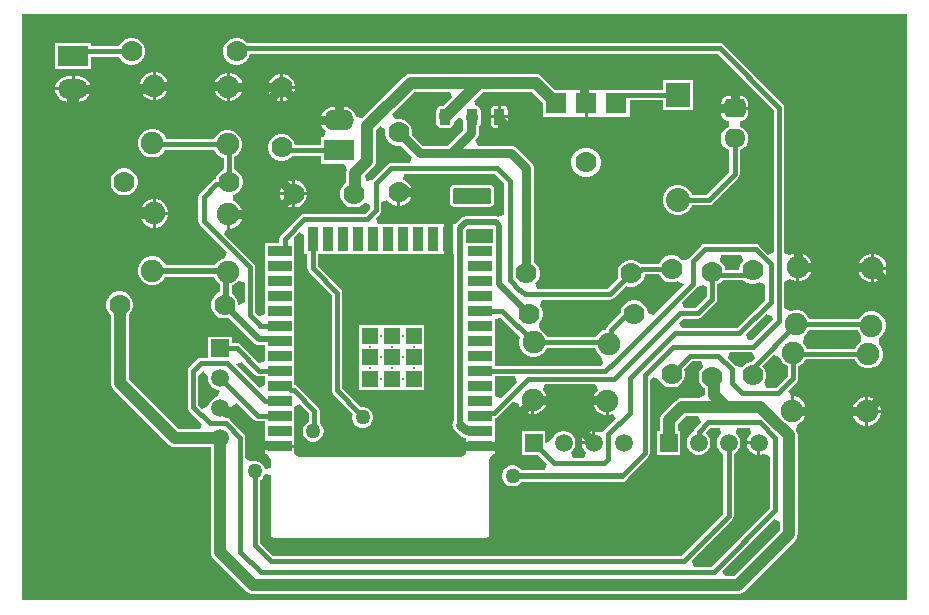
<source format=gbr>
G04*
G04 #@! TF.GenerationSoftware,Altium Limited,Altium Designer,25.0.2 (28)*
G04*
G04 Layer_Physical_Order=1*
G04 Layer_Color=255*
%FSLAX44Y44*%
%MOMM*%
G71*
G04*
G04 #@! TF.SameCoordinates,D42C59B9-CDD2-46E9-AE24-7A473A00D307*
G04*
G04*
G04 #@! TF.FilePolarity,Positive*
G04*
G01*
G75*
%ADD17R,2.0000X0.9000*%
%ADD18R,0.9000X2.0000*%
%ADD19R,1.3300X1.3300*%
G04:AMPARAMS|DCode=20|XSize=1.31mm|YSize=0.93mm|CornerRadius=0.0698mm|HoleSize=0mm|Usage=FLASHONLY|Rotation=270.000|XOffset=0mm|YOffset=0mm|HoleType=Round|Shape=RoundedRectangle|*
%AMROUNDEDRECTD20*
21,1,1.3100,0.7905,0,0,270.0*
21,1,1.1705,0.9300,0,0,270.0*
1,1,0.1395,-0.3953,-0.5853*
1,1,0.1395,-0.3953,0.5853*
1,1,0.1395,0.3953,0.5853*
1,1,0.1395,0.3953,-0.5853*
%
%ADD20ROUNDEDRECTD20*%
G04:AMPARAMS|DCode=21|XSize=1.31mm|YSize=3.24mm|CornerRadius=0.0983mm|HoleSize=0mm|Usage=FLASHONLY|Rotation=270.000|XOffset=0mm|YOffset=0mm|HoleType=Round|Shape=RoundedRectangle|*
%AMROUNDEDRECTD21*
21,1,1.3100,3.0435,0,0,270.0*
21,1,1.1135,3.2400,0,0,270.0*
1,1,0.1965,-1.5218,-0.5568*
1,1,0.1965,-1.5218,0.5568*
1,1,0.1965,1.5218,0.5568*
1,1,0.1965,1.5218,-0.5568*
%
%ADD21ROUNDEDRECTD21*%
%ADD43C,0.3810*%
%ADD44C,0.5080*%
%ADD45C,0.8000*%
%ADD46C,0.7620*%
%ADD47C,1.0000*%
%ADD48C,1.0000*%
%ADD49C,0.8000*%
%ADD50C,0.3000*%
%ADD51C,1.7780*%
%ADD52R,1.7780X1.7780*%
%ADD53C,1.9050*%
%ADD54R,1.5000X1.5000*%
%ADD55C,1.5000*%
%ADD56R,1.5000X1.5000*%
G04:AMPARAMS|DCode=57|XSize=1.6mm|YSize=1.8mm|CornerRadius=0.4mm|HoleSize=0mm|Usage=FLASHONLY|Rotation=270.000|XOffset=0mm|YOffset=0mm|HoleType=Round|Shape=RoundedRectangle|*
%AMROUNDEDRECTD57*
21,1,1.6000,1.0000,0,0,270.0*
21,1,0.8000,1.8000,0,0,270.0*
1,1,0.8000,-0.5000,-0.4000*
1,1,0.8000,-0.5000,0.4000*
1,1,0.8000,0.5000,0.4000*
1,1,0.8000,0.5000,-0.4000*
%
%ADD57ROUNDEDRECTD57*%
%ADD58O,1.8000X1.6000*%
%ADD59R,2.0320X2.0320*%
%ADD60C,2.0320*%
%ADD61O,2.5400X1.7780*%
%ADD62R,2.5400X1.7780*%
%ADD63O,2.5400X1.6510*%
%ADD64R,2.5400X1.6510*%
%ADD65C,1.2700*%
G36*
X1319455Y353135D02*
X570305D01*
Y849555D01*
X1319455D01*
X1319455Y353135D01*
D02*
G37*
%LPC*%
G36*
X664445Y829310D02*
X661435D01*
X658528Y828531D01*
X655922Y827026D01*
X653794Y824898D01*
X652358Y822412D01*
X628650D01*
Y824865D01*
X598170D01*
Y803275D01*
X628650D01*
Y813348D01*
X652358D01*
X653794Y810862D01*
X655922Y808734D01*
X658528Y807229D01*
X661435Y806450D01*
X664445D01*
X667352Y807229D01*
X669958Y808734D01*
X672086Y810862D01*
X673591Y813468D01*
X674370Y816375D01*
Y819385D01*
X673591Y822292D01*
X672086Y824898D01*
X669958Y827026D01*
X667352Y828531D01*
X664445Y829310D01*
D02*
G37*
G36*
X683578Y800735D02*
X683260D01*
Y789940D01*
X694055D01*
Y790258D01*
X693233Y793327D01*
X692113Y795266D01*
X691644Y796078D01*
X689398Y798324D01*
X686647Y799913D01*
X683578Y800735D01*
D02*
G37*
G36*
X680720D02*
X680402D01*
X677333Y799913D01*
X674582Y798324D01*
X672336Y796078D01*
X670747Y793327D01*
X670586Y792726D01*
X669925Y790258D01*
Y789940D01*
X680720D01*
Y800735D01*
D02*
G37*
G36*
X746570Y799973D02*
X746252D01*
Y789178D01*
X757047D01*
Y789496D01*
X756225Y792565D01*
X754636Y795316D01*
X752390Y797562D01*
X749639Y799151D01*
X746570Y799973D01*
D02*
G37*
G36*
X743712D02*
X743394D01*
X740325Y799151D01*
X737574Y797562D01*
X735328Y795316D01*
X733739Y792565D01*
X732917Y789496D01*
Y789178D01*
X743712D01*
Y799973D01*
D02*
G37*
G36*
X791445Y798830D02*
X791210D01*
Y788670D01*
X801370D01*
Y788905D01*
X800591Y791812D01*
X799086Y794418D01*
X796958Y796546D01*
X794352Y798051D01*
X791445Y798830D01*
D02*
G37*
G36*
X788670D02*
X788435D01*
X785528Y798051D01*
X782922Y796546D01*
X780794Y794418D01*
X780550Y793996D01*
X779289Y791812D01*
X778510Y788905D01*
Y788670D01*
X788670D01*
Y798830D01*
D02*
G37*
G36*
X617855Y797018D02*
X614680D01*
Y787400D01*
X628576D01*
X628372Y788948D01*
X627284Y791574D01*
X626400Y792726D01*
X625554Y793829D01*
X623299Y795559D01*
X620673Y796647D01*
X617855Y797018D01*
D02*
G37*
G36*
X612140D02*
X608965D01*
X606147Y796647D01*
X603521Y795559D01*
X601266Y793829D01*
X599536Y791574D01*
X598448Y788948D01*
X598244Y787400D01*
X612140D01*
Y797018D01*
D02*
G37*
G36*
X1137920Y793750D02*
X1112520D01*
Y793584D01*
D01*
Y785582D01*
X1082367D01*
X1081537Y785417D01*
X1080135D01*
X1080135Y785417D01*
X1079697Y785330D01*
X1064180D01*
X1062995D01*
X1060450Y785330D01*
X1057913Y785330D01*
D01*
X1056720D01*
X1049020D01*
Y773900D01*
Y762470D01*
X1056720D01*
X1056720D01*
X1057905D01*
X1060450Y762470D01*
X1064180Y762470D01*
X1084580D01*
Y776518D01*
X1112520D01*
Y768350D01*
X1137920D01*
Y793750D01*
D02*
G37*
G36*
X694055Y787400D02*
X683260D01*
Y776605D01*
X683578D01*
X686647Y777427D01*
X689398Y779016D01*
X691644Y781262D01*
X693233Y784013D01*
X694055Y787082D01*
Y787400D01*
D02*
G37*
G36*
X680720D02*
X669925D01*
Y787082D01*
X670747Y784013D01*
X672336Y781262D01*
X674064Y779534D01*
X674582Y779016D01*
X677333Y777427D01*
X680402Y776605D01*
X680720D01*
Y787400D01*
D02*
G37*
G36*
X801370Y786130D02*
X791210D01*
Y775970D01*
X791445D01*
X791915Y776096D01*
X794352Y776749D01*
X796958Y778254D01*
X799086Y780382D01*
X800591Y782988D01*
X801370Y785895D01*
Y786130D01*
D02*
G37*
G36*
X788670D02*
X778510D01*
Y785895D01*
X779289Y782988D01*
X780794Y780382D01*
X782922Y778254D01*
X785528Y776749D01*
X787965Y776096D01*
X788435Y775970D01*
X788670D01*
Y786130D01*
D02*
G37*
G36*
X757047Y786638D02*
X746252D01*
Y775843D01*
X746570D01*
X749639Y776665D01*
X752390Y778254D01*
X754636Y780500D01*
X756225Y783251D01*
X757047Y786320D01*
Y786638D01*
D02*
G37*
G36*
X743712D02*
X732917D01*
Y786320D01*
X733739Y783251D01*
X734419Y782074D01*
X735328Y780500D01*
X737574Y778254D01*
X740325Y776665D01*
X743394Y775843D01*
X743712D01*
Y786638D01*
D02*
G37*
G36*
X628576Y784860D02*
X614680D01*
Y775242D01*
X617855D01*
X620673Y775613D01*
X623299Y776701D01*
X625554Y778431D01*
X627284Y780686D01*
X628372Y783312D01*
X628576Y784860D01*
D02*
G37*
G36*
X612140D02*
X598244D01*
X598448Y783312D01*
X599536Y780686D01*
X601266Y778431D01*
X603521Y776701D01*
X606147Y775613D01*
X608965Y775242D01*
X612140D01*
Y784860D01*
D02*
G37*
G36*
X1178480Y780216D02*
X1174750D01*
Y770890D01*
X1185076D01*
Y773620D01*
X1184852Y775327D01*
X1184193Y776918D01*
X1183144Y778284D01*
X1181778Y779333D01*
X1180187Y779992D01*
X1178480Y780216D01*
D02*
G37*
G36*
X1172210D02*
X1168480D01*
X1166773Y779992D01*
X1165182Y779333D01*
X1163816Y778284D01*
X1162767Y776918D01*
X1162638Y776605D01*
X1162477Y776216D01*
X1162108Y775327D01*
X1161884Y773620D01*
Y770890D01*
X1172210D01*
Y780216D01*
D02*
G37*
G36*
X978083Y771583D02*
X975400D01*
Y763700D01*
D01*
X981384D01*
Y768282D01*
X981132Y769546D01*
X980417Y770616D01*
X979346Y771332D01*
X978083Y771583D01*
D02*
G37*
G36*
X972860D02*
X970178D01*
X968914Y771332D01*
X967843Y770616D01*
X967128Y769546D01*
X966877Y768282D01*
Y763700D01*
X972860D01*
Y771583D01*
D02*
G37*
G36*
X753345Y829310D02*
X750335D01*
X747428Y828531D01*
X744822Y827026D01*
X742694Y824898D01*
X741189Y822292D01*
X740686Y820413D01*
X740410Y819385D01*
Y816375D01*
X741189Y813468D01*
X742694Y810862D01*
X744822Y808734D01*
X747428Y807229D01*
X750335Y806450D01*
X753345D01*
X756252Y807229D01*
X758858Y808734D01*
X760986Y810862D01*
X762491Y813468D01*
X763139Y815888D01*
X1158903D01*
X1206588Y768203D01*
Y647854D01*
X1201969Y645941D01*
X1194465Y653445D01*
X1192994Y654427D01*
X1191260Y654772D01*
X1148080D01*
X1146346Y654427D01*
X1144875Y653445D01*
X1144875Y653445D01*
X1134715Y643285D01*
X1134115Y642385D01*
X1132110Y641706D01*
X1128566Y641468D01*
X1127158Y642876D01*
X1124552Y644381D01*
X1121645Y645160D01*
X1118635D01*
X1115728Y644381D01*
X1113122Y642876D01*
X1110994Y640748D01*
X1109558Y638262D01*
X1095067D01*
X1093904Y638031D01*
X1092868Y639066D01*
X1090262Y640571D01*
X1087355Y641350D01*
X1084345D01*
X1081438Y640571D01*
X1078832Y639066D01*
X1076704Y636938D01*
X1075199Y634332D01*
X1074420Y631425D01*
Y628415D01*
X1075163Y625642D01*
X1066193Y616672D01*
X1006644D01*
X1005814Y617944D01*
X1004866Y621672D01*
X1006096Y622902D01*
X1007601Y625508D01*
X1008380Y628415D01*
Y631425D01*
X1007601Y634332D01*
X1006096Y636938D01*
X1003968Y639066D01*
X1003546Y639310D01*
Y718820D01*
X1003322Y720527D01*
X1002663Y722118D01*
X1001614Y723484D01*
X988914Y736184D01*
X987548Y737233D01*
X985957Y737892D01*
X984250Y738116D01*
X955908D01*
X953995Y742736D01*
X955244Y743986D01*
X956293Y745352D01*
X956952Y746943D01*
X957176Y748650D01*
Y754016D01*
X957517Y754243D01*
X958232Y755314D01*
X958483Y756577D01*
Y759038D01*
X958576Y759261D01*
X958835Y761230D01*
Y762430D01*
X958576Y764398D01*
X958483Y764621D01*
Y768282D01*
X958232Y769546D01*
X957517Y770616D01*
X956446Y771332D01*
X955182Y771583D01*
X954771D01*
X952858Y776203D01*
X960260Y783605D01*
X1001890D01*
X1010920Y774575D01*
Y762470D01*
X1033780D01*
Y762470D01*
X1035050D01*
X1036320D01*
Y762470D01*
X1038618D01*
X1038780D01*
X1046480D01*
Y762551D01*
Y773900D01*
D01*
Y785330D01*
X1038780D01*
X1036089Y785330D01*
X1034410D01*
X1033780D01*
Y785330D01*
X1021675D01*
X1013421Y793584D01*
D01*
X1010417Y796588D01*
X1008842Y797796D01*
X1007008Y798556D01*
X1005040Y798815D01*
X899160D01*
X897192Y798556D01*
X895358Y797796D01*
X893782Y796588D01*
X858358Y761163D01*
X853617Y762328D01*
X852995Y762807D01*
X852626Y763700D01*
X851994Y765224D01*
X850162Y767612D01*
X847774Y769444D01*
X844994Y770596D01*
X844838Y770616D01*
X842010Y770989D01*
X839470D01*
Y759460D01*
X838200D01*
Y758190D01*
X823029D01*
X823254Y756476D01*
X824406Y753696D01*
X826238Y751308D01*
X827304Y750490D01*
X825653Y745490D01*
X822960D01*
Y745490D01*
Y738592D01*
X801239D01*
X800591Y741012D01*
X799086Y743618D01*
X796958Y745746D01*
X794352Y747251D01*
X791445Y748030D01*
X788435D01*
X785528Y747251D01*
X782922Y745746D01*
X780794Y743618D01*
X779289Y741012D01*
X778510Y738105D01*
Y735095D01*
X779289Y732188D01*
X780794Y729582D01*
X782922Y727454D01*
X785528Y725949D01*
X788435Y725170D01*
X791445D01*
X794352Y725949D01*
X796958Y727454D01*
X799032Y729528D01*
X822960D01*
Y722630D01*
X842172D01*
X843342Y721507D01*
X845265Y717850D01*
X845043Y717313D01*
X844784Y715345D01*
Y706897D01*
X843882Y706376D01*
X841754Y704248D01*
X840249Y701642D01*
X839470Y698735D01*
Y695725D01*
X840249Y692818D01*
X841754Y690212D01*
X843882Y688084D01*
X846488Y686579D01*
X849395Y685800D01*
X852405D01*
X855312Y686579D01*
X857918Y688084D01*
X859752Y689918D01*
X861401Y689639D01*
X864687Y688249D01*
X865095Y684814D01*
X860453Y680172D01*
X808990D01*
X808990Y680172D01*
X807256Y679827D01*
X805785Y678845D01*
X789275Y662335D01*
X788293Y660864D01*
X787948Y659130D01*
Y655940D01*
X775810D01*
Y641860D01*
Y629160D01*
Y616460D01*
Y603760D01*
Y595518D01*
X773653Y594585D01*
X771137Y593890D01*
X767802Y596615D01*
Y635000D01*
X767457Y636734D01*
X766475Y638205D01*
X741439Y663240D01*
D01*
X742919Y666762D01*
X743712Y667718D01*
Y679958D01*
X744982D01*
Y681228D01*
X757047D01*
Y681546D01*
X756225Y684615D01*
X755105Y686554D01*
X754636Y687366D01*
X752390Y689612D01*
X749639Y691201D01*
X749095Y691346D01*
D01*
X749095Y696523D01*
X749902Y696739D01*
X752508Y698244D01*
X754636Y700372D01*
X756141Y702978D01*
X756920Y705885D01*
Y708895D01*
X756141Y711802D01*
X754636Y714408D01*
X752508Y716536D01*
X750022Y717972D01*
Y728558D01*
X751628Y729486D01*
X753874Y731732D01*
X755463Y734483D01*
X756285Y737552D01*
Y740728D01*
X755463Y743797D01*
X753874Y746548D01*
X751628Y748794D01*
X748877Y750383D01*
X745808Y751205D01*
X742632D01*
X739563Y750383D01*
X736812Y748794D01*
X734566Y746548D01*
X732977Y743797D01*
X732944Y743672D01*
X692014D01*
X691709Y744813D01*
X690120Y747564D01*
X687874Y749810D01*
X685123Y751399D01*
X682054Y752221D01*
X678878D01*
X675809Y751399D01*
X673058Y749810D01*
X670812Y747564D01*
X669223Y744813D01*
X668401Y741744D01*
Y738568D01*
X669223Y735499D01*
X670812Y732748D01*
X673058Y730502D01*
X675809Y728913D01*
X678878Y728091D01*
X682054D01*
X685123Y728913D01*
X687874Y730502D01*
X690120Y732748D01*
X691194Y734608D01*
X732944D01*
X732977Y734483D01*
X734566Y731732D01*
X736812Y729486D01*
X739563Y727897D01*
X740958Y727523D01*
Y717972D01*
X738472Y716536D01*
X736344Y714408D01*
X734839Y711802D01*
X734304Y709805D01*
X732793Y709505D01*
X731323Y708522D01*
X731323Y708522D01*
X720695Y697895D01*
X719713Y696424D01*
X719368Y694690D01*
Y674370D01*
X719713Y672636D01*
X720695Y671165D01*
X743606Y648255D01*
X743098Y645649D01*
X741766Y643023D01*
X739563Y642433D01*
X736812Y640844D01*
X734566Y638598D01*
X733572Y636878D01*
X691700D01*
X690120Y639614D01*
X687874Y641860D01*
X685123Y643449D01*
X682054Y644271D01*
X678878D01*
X675809Y643449D01*
X673058Y641860D01*
X670812Y639614D01*
X669223Y636863D01*
X668401Y633794D01*
Y630618D01*
X669223Y627549D01*
X670812Y624798D01*
X673058Y622552D01*
X675809Y620963D01*
X678878Y620141D01*
X682054D01*
X685123Y620963D01*
X687874Y622552D01*
X690120Y624798D01*
X691114Y626519D01*
X732986D01*
X734566Y623782D01*
X736812Y621536D01*
X737770Y620982D01*
Y614036D01*
X737268Y613901D01*
X734662Y612396D01*
X732534Y610268D01*
X731029Y607662D01*
X730250Y604755D01*
Y601745D01*
X731029Y598838D01*
X732534Y596232D01*
X734662Y594104D01*
X737268Y592599D01*
X740175Y591820D01*
X743185D01*
X745236Y592369D01*
X767067Y570538D01*
X768748Y569415D01*
X770730Y569021D01*
X770730Y569021D01*
X775810D01*
Y555930D01*
X770810Y553859D01*
X755045Y569625D01*
X753574Y570607D01*
X751840Y570952D01*
X747910D01*
Y576460D01*
X727830D01*
Y558547D01*
X721655D01*
X719921Y558202D01*
X718450Y557220D01*
X711805Y550575D01*
X710823Y549104D01*
X710478Y547370D01*
Y516890D01*
X710823Y515156D01*
X711805Y513685D01*
X722666Y502825D01*
X720594Y497825D01*
X702920D01*
X660385Y540360D01*
Y594691D01*
X661926Y596232D01*
X663431Y598838D01*
X664210Y601745D01*
Y604755D01*
X663431Y607662D01*
X661926Y610268D01*
X659798Y612396D01*
X657192Y613901D01*
X654285Y614680D01*
X651275D01*
X648368Y613901D01*
X645762Y612396D01*
X643634Y610268D01*
X642129Y607662D01*
X641350Y604755D01*
Y601745D01*
X642129Y598838D01*
X643634Y596232D01*
X645175Y594691D01*
Y537210D01*
X645434Y535242D01*
X646194Y533408D01*
X647402Y531832D01*
X694392Y484842D01*
X695967Y483634D01*
X696727Y483319D01*
X697802Y482874D01*
X699770Y482615D01*
X730265D01*
Y393700D01*
X730524Y391732D01*
X731284Y389897D01*
X732492Y388322D01*
X760432Y360382D01*
X762008Y359174D01*
X763842Y358414D01*
X765810Y358155D01*
X1176020D01*
X1177988Y358414D01*
X1179822Y359174D01*
X1181398Y360382D01*
X1224578Y403562D01*
X1225786Y405137D01*
X1226101Y405897D01*
X1226546Y406972D01*
X1226805Y408940D01*
Y492757D01*
X1226546Y494725D01*
X1225786Y496559D01*
X1225427Y497027D01*
X1226111Y501077D01*
X1226898Y502586D01*
X1227082Y502701D01*
X1229656Y504188D01*
X1231902Y506434D01*
X1233491Y509185D01*
X1234313Y512254D01*
Y512572D01*
X1222248D01*
Y513842D01*
X1220978D01*
Y526440D01*
X1220067Y527657D01*
X1219052Y530653D01*
X1226215Y537815D01*
X1226215Y537815D01*
X1227197Y539286D01*
X1227542Y541020D01*
X1227542Y541020D01*
Y551334D01*
X1227667Y551367D01*
X1230418Y552956D01*
X1232664Y555202D01*
X1233738Y557062D01*
X1275488D01*
X1275521Y556937D01*
X1277110Y554186D01*
X1279356Y551940D01*
X1282107Y550351D01*
X1285176Y549529D01*
X1288352D01*
X1291421Y550351D01*
X1294172Y551940D01*
X1296418Y554186D01*
X1298007Y556937D01*
X1298829Y560006D01*
Y563182D01*
X1298007Y566251D01*
X1296418Y569002D01*
X1295546Y569875D01*
X1295424Y570227D01*
X1295768Y574725D01*
X1296267Y575812D01*
X1296712Y576070D01*
X1298958Y578316D01*
X1300547Y581067D01*
X1301369Y584136D01*
Y587312D01*
X1300547Y590381D01*
X1298958Y593132D01*
X1296712Y595378D01*
X1295200Y596251D01*
X1293961Y596967D01*
X1290892Y597789D01*
X1287716D01*
X1284647Y596967D01*
X1281896Y595378D01*
X1279650Y593132D01*
X1278576Y591272D01*
X1236826D01*
X1236793Y591397D01*
X1235204Y594148D01*
X1232958Y596394D01*
X1230207Y597983D01*
X1227138Y598805D01*
X1223962D01*
X1220893Y597983D01*
X1220652Y597844D01*
X1215652Y600730D01*
Y622542D01*
D01*
X1217384Y623862D01*
X1220652Y625030D01*
X1222417Y624011D01*
X1225486Y623189D01*
X1225804D01*
Y635254D01*
Y647319D01*
X1225486D01*
X1222417Y646497D01*
X1220652Y645478D01*
X1217384Y646646D01*
X1215652Y647966D01*
Y770080D01*
X1215652Y770080D01*
X1215307Y771814D01*
X1214325Y773285D01*
X1214325Y773285D01*
X1163985Y823625D01*
X1162514Y824607D01*
X1160780Y824952D01*
X760932D01*
X758858Y827026D01*
X756252Y828531D01*
X753345Y829310D01*
D02*
G37*
G36*
X836930Y770989D02*
X834390D01*
X831406Y770596D01*
X828626Y769444D01*
X826238Y767612D01*
X824406Y765224D01*
X823254Y762444D01*
X823029Y760730D01*
X836930D01*
Y770989D01*
D02*
G37*
G36*
X981384Y761160D02*
X975400D01*
Y753276D01*
X978083D01*
X979346Y753528D01*
X980417Y754243D01*
X981132Y755314D01*
X981384Y756577D01*
Y761160D01*
D02*
G37*
G36*
X972860D02*
X966877D01*
Y756577D01*
X967128Y755314D01*
X967843Y754243D01*
X968914Y753528D01*
X970178Y753276D01*
X972860D01*
Y761160D01*
D02*
G37*
G36*
X1049401Y736440D02*
X1046099D01*
X1042910Y735585D01*
X1040050Y733934D01*
X1037716Y731600D01*
X1036065Y728740D01*
X1035210Y725551D01*
Y722249D01*
X1036065Y719060D01*
X1037716Y716200D01*
X1040050Y713866D01*
X1042910Y712215D01*
X1046099Y711360D01*
X1049401D01*
X1052590Y712215D01*
X1055450Y713866D01*
X1057785Y716200D01*
X1059435Y719060D01*
X1060290Y722249D01*
Y725551D01*
X1059435Y728740D01*
X1057785Y731600D01*
X1055450Y733934D01*
X1052590Y735585D01*
X1049401Y736440D01*
D02*
G37*
G36*
X801605Y708660D02*
X801370D01*
Y698500D01*
X811530D01*
Y698735D01*
X810751Y701642D01*
X809246Y704248D01*
X807118Y706376D01*
X804512Y707881D01*
X801605Y708660D01*
D02*
G37*
G36*
X798830D02*
X798595D01*
X798125Y708534D01*
X795688Y707881D01*
X793082Y706376D01*
X790954Y704248D01*
X789449Y701642D01*
X788796Y699205D01*
X788670Y698735D01*
Y698500D01*
X798830D01*
Y708660D01*
D02*
G37*
G36*
X1185076Y768350D02*
X1173480D01*
X1161884D01*
Y765620D01*
X1162108Y763913D01*
X1162477Y763024D01*
X1162767Y762322D01*
X1163816Y760956D01*
X1165182Y759907D01*
X1166773Y759248D01*
X1168480Y759024D01*
X1168606Y754024D01*
X1167165Y753427D01*
X1164963Y751737D01*
X1163273Y749536D01*
X1162211Y746972D01*
X1161849Y744220D01*
X1162211Y741469D01*
X1163273Y738904D01*
X1164963Y736703D01*
X1167165Y735013D01*
X1168948Y734275D01*
Y715617D01*
X1150013Y696682D01*
X1137154D01*
X1137055Y697052D01*
X1135383Y699948D01*
X1133018Y702312D01*
X1130122Y703985D01*
X1126892Y704850D01*
X1123548D01*
X1120318Y703985D01*
X1117422Y702312D01*
X1115058Y699948D01*
X1113385Y697052D01*
X1112520Y693822D01*
Y690478D01*
X1113385Y687248D01*
X1115058Y684352D01*
X1117422Y681988D01*
X1120318Y680315D01*
X1123548Y679450D01*
X1126892D01*
X1130122Y680315D01*
X1133018Y681988D01*
X1135383Y684352D01*
X1137055Y687248D01*
X1137154Y687618D01*
X1151890D01*
X1153624Y687963D01*
X1155095Y688945D01*
X1176685Y710535D01*
X1176685Y710535D01*
X1177667Y712006D01*
X1178012Y713740D01*
X1178012Y713740D01*
Y734275D01*
X1179796Y735013D01*
X1181997Y736703D01*
X1183687Y738904D01*
X1184749Y741469D01*
X1185111Y744220D01*
X1184749Y746972D01*
X1183687Y749536D01*
X1181997Y751737D01*
X1179796Y753427D01*
X1178354Y754024D01*
X1178480Y759024D01*
X1180187Y759248D01*
X1181778Y759907D01*
X1183144Y760956D01*
X1184193Y762322D01*
X1184852Y763913D01*
X1185076Y765620D01*
Y768350D01*
D02*
G37*
G36*
X658095Y718820D02*
X655085D01*
X652178Y718041D01*
X649572Y716536D01*
X647444Y714408D01*
X645939Y711802D01*
X645160Y708895D01*
Y705885D01*
X645939Y702978D01*
X647444Y700372D01*
X649572Y698244D01*
X652178Y696739D01*
X655085Y695960D01*
X658095D01*
X661002Y696739D01*
X663608Y698244D01*
X665736Y700372D01*
X667241Y702978D01*
X668020Y705885D01*
Y708895D01*
X667241Y711802D01*
X665736Y714408D01*
X663608Y716536D01*
X661002Y718041D01*
X658095Y718820D01*
D02*
G37*
G36*
X811530Y695960D02*
X801370D01*
Y685800D01*
X801605D01*
X804512Y686579D01*
X807118Y688084D01*
X809246Y690212D01*
X810751Y692818D01*
X811530Y695725D01*
Y695960D01*
D02*
G37*
G36*
X798830D02*
X788670D01*
Y695725D01*
X789449Y692818D01*
X790954Y690212D01*
X793082Y688084D01*
X795688Y686579D01*
X798125Y685926D01*
X798595Y685800D01*
X798830D01*
Y695960D01*
D02*
G37*
G36*
X683578Y692785D02*
X683260D01*
Y681990D01*
X694055D01*
Y682308D01*
X693233Y685377D01*
X691644Y688128D01*
X689398Y690374D01*
X686647Y691963D01*
X683578Y692785D01*
D02*
G37*
G36*
X680720D02*
X680402D01*
X677333Y691963D01*
X674582Y690374D01*
X672533Y688325D01*
X672336Y688128D01*
X670747Y685377D01*
X669925Y682308D01*
Y681990D01*
X680720D01*
Y692785D01*
D02*
G37*
G36*
X694055Y679450D02*
X683260D01*
Y668655D01*
X683578D01*
X686647Y669477D01*
X689398Y671066D01*
X691644Y673312D01*
X693233Y676063D01*
X694055Y679132D01*
Y679450D01*
D02*
G37*
G36*
X680720D02*
X669925D01*
Y679132D01*
X670747Y676063D01*
X672336Y673312D01*
X672533Y673115D01*
X674582Y671066D01*
X677333Y669477D01*
X680402Y668655D01*
X680720D01*
Y679450D01*
D02*
G37*
G36*
X757047Y678688D02*
X746252D01*
Y667893D01*
X746570D01*
X749639Y668715D01*
X752390Y670304D01*
X754636Y672550D01*
X756225Y675301D01*
X757047Y678370D01*
Y678688D01*
D02*
G37*
G36*
X1228662Y647319D02*
X1228344D01*
Y636524D01*
X1239139D01*
Y636842D01*
X1238317Y639911D01*
X1237197Y641850D01*
X1236728Y642662D01*
X1234482Y644908D01*
X1233670Y645377D01*
X1231731Y646497D01*
X1228662Y647319D01*
D02*
G37*
G36*
X1291654Y646557D02*
X1291336D01*
Y635762D01*
X1302131D01*
Y636080D01*
X1301309Y639149D01*
X1299720Y641900D01*
X1297474Y644146D01*
X1294723Y645735D01*
X1291654Y646557D01*
D02*
G37*
G36*
X1288796D02*
X1288478D01*
X1285409Y645735D01*
X1282658Y644146D01*
X1280412Y641900D01*
X1278823Y639149D01*
X1278001Y636080D01*
Y635762D01*
X1288796D01*
Y646557D01*
D02*
G37*
G36*
X1239139Y633984D02*
X1228344D01*
Y623189D01*
X1228662D01*
X1231731Y624011D01*
X1234482Y625600D01*
X1236728Y627846D01*
X1238317Y630597D01*
X1239139Y633666D01*
Y633984D01*
D02*
G37*
G36*
X1302131Y633222D02*
X1291336D01*
Y622427D01*
X1291654D01*
X1294723Y623249D01*
X1297474Y624838D01*
X1299720Y627084D01*
X1301309Y629835D01*
X1302131Y632904D01*
Y633222D01*
D02*
G37*
G36*
X1288796D02*
X1278001D01*
Y632904D01*
X1278823Y629835D01*
X1279503Y628658D01*
X1280412Y627084D01*
X1282658Y624838D01*
X1285409Y623249D01*
X1288478Y622427D01*
X1288796D01*
Y633222D01*
D02*
G37*
G36*
X1223836Y525907D02*
X1223518D01*
Y515112D01*
X1234313D01*
Y515430D01*
X1233491Y518499D01*
X1232371Y520438D01*
X1231902Y521250D01*
X1229656Y523496D01*
X1226905Y525085D01*
X1223836Y525907D01*
D02*
G37*
G36*
X1286828Y525145D02*
X1286510D01*
Y514350D01*
X1297305D01*
Y514668D01*
X1296483Y517737D01*
X1294894Y520488D01*
X1292648Y522734D01*
X1289897Y524323D01*
X1287734Y524902D01*
X1286828Y525145D01*
D02*
G37*
G36*
X1283970D02*
X1283652D01*
X1280583Y524323D01*
X1277832Y522734D01*
X1275586Y520488D01*
X1273997Y517737D01*
X1273175Y514668D01*
Y514350D01*
X1283970D01*
Y515324D01*
Y525145D01*
D02*
G37*
G36*
X1297305Y511810D02*
X1286510D01*
Y501015D01*
X1286828D01*
X1289897Y501837D01*
X1292648Y503426D01*
X1294894Y505672D01*
X1296483Y508423D01*
X1297305Y511492D01*
Y511810D01*
D02*
G37*
G36*
X1283970D02*
X1273175D01*
Y511492D01*
X1273997Y508423D01*
X1274677Y507246D01*
X1275586Y505672D01*
X1277832Y503426D01*
X1280583Y501837D01*
X1283652Y501015D01*
X1283970D01*
Y511810D01*
D02*
G37*
%LPD*%
G36*
X934130Y778986D02*
X926728Y771583D01*
X924377D01*
X923114Y771332D01*
X922043Y770616D01*
X921328Y769546D01*
X921076Y768282D01*
Y764621D01*
X920984Y764398D01*
X920725Y762430D01*
X920984Y760461D01*
X921076Y760238D01*
Y756577D01*
X921328Y755314D01*
X922043Y754243D01*
X923114Y753528D01*
X924377Y753276D01*
X932282D01*
X933546Y753528D01*
X934616Y754243D01*
X935332Y755314D01*
X935583Y756577D01*
Y758407D01*
X939369Y761860D01*
X940850Y761640D01*
X943780Y760053D01*
X943884Y759261D01*
X943977Y759038D01*
Y756577D01*
X943984Y756542D01*
Y751382D01*
X930718Y738116D01*
X909512D01*
X900304Y747325D01*
X900430Y747795D01*
Y750805D01*
X899651Y753712D01*
X898146Y756318D01*
X896018Y758446D01*
X893412Y759951D01*
X890505Y760730D01*
X887495D01*
X886144Y760368D01*
X883556Y764851D01*
X902310Y783605D01*
X932217D01*
X934130Y778986D01*
D02*
G37*
G36*
X877932Y752156D02*
X877570Y750805D01*
Y747795D01*
X878349Y744888D01*
X879854Y742282D01*
X881982Y740154D01*
X884588Y738649D01*
X887495Y737870D01*
X890505D01*
X890975Y737996D01*
X900619Y728352D01*
X898548Y723352D01*
X882650D01*
X882650Y723352D01*
X880916Y723007D01*
X879445Y722025D01*
X879445Y722025D01*
X866745Y709325D01*
X861832Y708056D01*
X861222Y708087D01*
X860983Y713184D01*
X867708Y719909D01*
X868916Y721484D01*
X869231Y722243D01*
X869676Y723318D01*
X869935Y725286D01*
Y751230D01*
X873449Y754744D01*
X877932Y752156D01*
D02*
G37*
G36*
X978448Y706656D02*
Y680317D01*
X977680Y679535D01*
X973448Y677772D01*
X973278Y677885D01*
X971296Y678279D01*
X945756D01*
X943774Y677885D01*
X942094Y676762D01*
X937408Y672076D01*
X936982Y671440D01*
X931770D01*
Y658900D01*
Y646360D01*
X935891D01*
Y505837D01*
X935357Y505143D01*
X934698Y503552D01*
X934474Y501844D01*
X934698Y500137D01*
X935357Y498546D01*
X936406Y497180D01*
X941250Y492336D01*
X942616Y491287D01*
X944207Y490628D01*
X945810Y490417D01*
Y485070D01*
X958350D01*
X970890D01*
Y489460D01*
Y502160D01*
Y507503D01*
X971416Y507608D01*
X972887Y508590D01*
X985473Y521177D01*
X986875Y521167D01*
X990904Y519536D01*
X991295Y518075D01*
X992884Y515324D01*
X995130Y513078D01*
X997881Y511489D01*
X1000950Y510667D01*
X1001268D01*
Y522732D01*
X1002538D01*
Y524002D01*
X1014603D01*
Y524320D01*
X1013781Y527389D01*
X1012192Y530140D01*
X1011375Y530958D01*
X1013395Y535958D01*
X1055628D01*
X1056944Y533671D01*
X1057455Y530958D01*
X1055876Y529378D01*
X1054287Y526627D01*
X1053465Y523558D01*
Y523240D01*
X1065530D01*
Y521970D01*
X1066800D01*
Y509905D01*
X1067118D01*
X1070187Y510727D01*
X1072855Y506494D01*
X1063300Y496940D01*
X1061595Y495538D01*
X1057314Y495943D01*
X1055422Y496450D01*
X1055370D01*
Y486410D01*
X1054100D01*
Y485140D01*
X1044060D01*
Y485088D01*
X1044744Y482535D01*
X1046066Y480245D01*
X1047689Y478622D01*
X1047611Y477504D01*
X1046169Y473622D01*
X1036631D01*
X1035189Y477504D01*
X1035111Y478622D01*
X1036734Y480245D01*
X1038056Y482535D01*
X1038740Y485088D01*
Y487732D01*
X1038056Y490285D01*
X1036734Y492575D01*
X1034865Y494444D01*
X1032575Y495766D01*
X1030022Y496450D01*
X1027378D01*
X1024825Y495766D01*
X1022535Y494444D01*
X1020666Y492575D01*
X1019344Y490285D01*
X1019096Y489360D01*
X1015185Y487032D01*
X1013660Y486726D01*
X1013340Y486910D01*
Y496450D01*
X993260D01*
Y486640D01*
Y476370D01*
X1006931D01*
X1014651Y468649D01*
X1012580Y463649D01*
X992795D01*
X992634Y463929D01*
X990979Y465584D01*
X988951Y466754D01*
X986690Y467360D01*
X984350D01*
X982089Y466754D01*
X980061Y465584D01*
X978406Y463929D01*
X977236Y461901D01*
X976630Y459640D01*
Y457300D01*
X977236Y455039D01*
X978406Y453011D01*
X980061Y451356D01*
X982089Y450186D01*
X984350Y449580D01*
X986690D01*
X988951Y450186D01*
X990979Y451356D01*
X992634Y453011D01*
X992795Y453290D01*
X1078230D01*
X1080212Y453685D01*
X1081892Y454808D01*
X1083015Y456488D01*
X1083104Y456935D01*
X1085018Y458849D01*
X1090403Y464233D01*
X1095405Y469235D01*
X1095405Y469235D01*
X1100485Y474315D01*
X1100485Y474315D01*
X1101467Y475786D01*
X1101812Y477520D01*
Y539368D01*
X1103790Y541681D01*
X1104459Y542079D01*
X1108567Y540723D01*
X1109694Y540063D01*
X1110994Y537812D01*
X1113122Y535684D01*
X1115728Y534179D01*
X1118635Y533400D01*
X1121645D01*
X1124552Y534179D01*
X1127158Y535684D01*
X1129286Y537812D01*
X1130791Y540418D01*
X1131570Y543325D01*
Y546335D01*
X1130827Y549108D01*
X1137257Y555538D01*
X1144736D01*
X1145566Y554266D01*
X1146514Y550538D01*
X1145284Y549308D01*
X1143779Y546702D01*
X1143000Y543795D01*
Y540785D01*
X1143779Y537878D01*
X1145284Y535272D01*
X1147412Y533144D01*
X1148314Y532623D01*
Y526831D01*
X1143578Y524495D01*
X1129030D01*
X1127062Y524236D01*
X1125987Y523791D01*
X1125228Y523476D01*
X1123652Y522268D01*
X1112222Y510838D01*
X1111014Y509263D01*
X1110254Y507428D01*
X1109995Y505460D01*
Y496450D01*
X1107560D01*
Y476370D01*
X1127640D01*
Y496450D01*
X1125205D01*
Y502310D01*
X1132180Y509285D01*
X1142960D01*
X1145031Y504285D01*
X1139795Y499049D01*
X1138813Y497579D01*
X1138468Y495845D01*
Y495387D01*
X1136835Y494444D01*
X1134966Y492575D01*
X1133644Y490285D01*
X1132960Y487732D01*
Y485088D01*
X1133644Y482535D01*
X1134966Y480245D01*
X1136835Y478376D01*
X1139125Y477054D01*
X1141678Y476370D01*
X1144322D01*
X1146875Y477054D01*
X1149165Y478376D01*
X1151034Y480245D01*
X1152356Y482535D01*
X1153040Y485088D01*
Y487732D01*
X1152356Y490285D01*
X1151034Y492575D01*
X1149165Y494444D01*
X1149030Y495466D01*
X1153005Y499440D01*
X1160890D01*
X1162232Y494457D01*
X1162232Y494440D01*
X1160366Y492575D01*
X1159044Y490285D01*
X1158360Y487732D01*
Y485088D01*
X1159044Y482535D01*
X1160366Y480245D01*
X1162235Y478376D01*
X1163868Y477433D01*
D01*
Y426057D01*
X1128423Y390612D01*
X782927D01*
X771612Y401927D01*
Y454631D01*
X772539Y455166D01*
X774194Y456821D01*
X775364Y458849D01*
X775760Y460327D01*
X780760Y459669D01*
Y408900D01*
X780957Y407909D01*
X781519Y407069D01*
X782359Y406507D01*
X783350Y406310D01*
X963350D01*
X964341Y406507D01*
X965181Y407069D01*
X965743Y407909D01*
X965940Y408900D01*
Y471760D01*
X965940Y471900D01*
X968168Y475805D01*
X968963Y476760D01*
X970890D01*
Y482530D01*
X958350D01*
X945810D01*
Y479490D01*
X945810Y476760D01*
X941750Y474490D01*
X804950D01*
X800890Y476760D01*
X800890Y479490D01*
D01*
Y482530D01*
X788350D01*
X775810D01*
Y476760D01*
X777737D01*
X778532Y475805D01*
X780760Y471900D01*
X780760Y471760D01*
Y464892D01*
X775760Y464233D01*
X775364Y465711D01*
X774194Y467739D01*
X772539Y469394D01*
X770511Y470564D01*
X768250Y471170D01*
X765910D01*
X764420Y470771D01*
X761824Y472002D01*
X759420Y473896D01*
Y482945D01*
Y490745D01*
X759075Y492480D01*
X758093Y493950D01*
X745918Y506125D01*
X745904Y509455D01*
X747226Y511745D01*
X747910Y514298D01*
Y514350D01*
X737870D01*
Y516890D01*
X747910D01*
Y516942D01*
X747706Y517704D01*
X752189Y520292D01*
X766485Y505995D01*
X767956Y505013D01*
X769690Y504668D01*
X775810D01*
Y489460D01*
Y485070D01*
X788350D01*
X800890D01*
Y489460D01*
Y502160D01*
Y517204D01*
X805509Y519117D01*
X813200Y511427D01*
Y504790D01*
X813179Y504784D01*
X811151Y503614D01*
X809496Y501959D01*
X808326Y499931D01*
X807720Y497670D01*
Y495330D01*
X808326Y493069D01*
X809496Y491041D01*
X811151Y489386D01*
X813179Y488216D01*
X815440Y487610D01*
X817780D01*
X820041Y488216D01*
X822069Y489386D01*
X823724Y491041D01*
X824894Y493069D01*
X825500Y495330D01*
Y497670D01*
X824894Y499931D01*
X823724Y501959D01*
X822264Y503418D01*
Y513304D01*
X821919Y515038D01*
X820937Y516509D01*
X803396Y534050D01*
X801926Y535032D01*
X800890Y535238D01*
Y540260D01*
Y552960D01*
Y565660D01*
Y578360D01*
Y591060D01*
Y603760D01*
Y616460D01*
Y629160D01*
Y641860D01*
Y655940D01*
X800890D01*
X800699Y660940D01*
X804541Y664781D01*
X809160Y662868D01*
Y646360D01*
X811668D01*
Y634140D01*
X812013Y632406D01*
X812995Y630935D01*
X832398Y611533D01*
Y530860D01*
X832743Y529126D01*
X833725Y527655D01*
X850175Y511205D01*
X849630Y509170D01*
Y506830D01*
X850236Y504569D01*
X851406Y502541D01*
X853061Y500886D01*
X855089Y499716D01*
X857350Y499110D01*
X859690D01*
X861951Y499716D01*
X863979Y500886D01*
X865634Y502541D01*
X866804Y504569D01*
X867410Y506830D01*
Y509170D01*
X866804Y511431D01*
X865634Y513459D01*
X863979Y515114D01*
X861951Y516284D01*
X859690Y516890D01*
X857350D01*
X857318Y516881D01*
X841462Y532737D01*
Y613410D01*
X841117Y615144D01*
X840135Y616615D01*
X840135Y616615D01*
X820732Y636017D01*
Y646360D01*
X929230D01*
Y658900D01*
Y671440D01*
X871610D01*
X869539Y676440D01*
X873155Y680055D01*
X874137Y681526D01*
X874482Y683260D01*
Y690786D01*
D01*
X879482Y692125D01*
X879854Y691482D01*
X881982Y689354D01*
X884588Y687849D01*
X887495Y687070D01*
X887730D01*
Y698500D01*
X889000D01*
Y699770D01*
X900430D01*
Y700005D01*
X899651Y702912D01*
X898390Y705096D01*
X898146Y705518D01*
X896018Y707646D01*
X893412Y709151D01*
X892901Y709288D01*
X893559Y714288D01*
X970816D01*
X978448Y706656D01*
D02*
G37*
G36*
X969292Y667780D02*
Y655940D01*
X946249D01*
Y666268D01*
X947902Y667921D01*
X969151D01*
X969292Y667780D01*
D02*
G37*
G36*
X1179856Y644436D02*
X1180804Y640708D01*
X1179574Y639478D01*
X1178069Y636872D01*
X1177290Y633965D01*
Y633182D01*
X1165729D01*
X1165081Y635602D01*
X1163576Y638208D01*
X1161448Y640336D01*
X1160805Y640708D01*
X1162144Y645708D01*
X1179026D01*
X1179856Y644436D01*
D02*
G37*
G36*
X1110994Y626712D02*
X1113122Y624584D01*
X1115728Y623079D01*
X1118635Y622300D01*
X1121645D01*
X1124552Y623079D01*
X1124571Y623090D01*
X1130144Y621151D01*
X1130356Y620908D01*
X1130543Y620227D01*
X1130458Y619978D01*
X1104820Y594339D01*
X1099820Y596410D01*
Y597135D01*
X1099041Y600042D01*
X1097536Y602648D01*
X1095408Y604776D01*
X1092802Y606281D01*
X1089895Y607060D01*
X1086885D01*
X1083978Y606281D01*
X1081372Y604776D01*
X1079244Y602648D01*
X1077739Y600042D01*
X1076960Y597135D01*
Y596440D01*
X1076543Y596162D01*
X1065926Y585545D01*
X1064944Y584074D01*
X1064599Y582340D01*
Y582317D01*
X1062397Y581727D01*
X1059646Y580138D01*
X1057400Y577892D01*
X1056326Y576032D01*
X1014576D01*
X1014543Y576157D01*
X1012954Y578908D01*
X1010708Y581154D01*
X1008993Y582145D01*
X1008464Y583068D01*
X1007952Y585377D01*
X1007946Y587922D01*
X1008636Y588612D01*
X1010141Y591218D01*
X1010920Y594125D01*
Y597135D01*
X1010141Y600042D01*
X1008636Y602648D01*
X1010748Y607608D01*
X1068070D01*
X1069804Y607953D01*
X1071275Y608935D01*
X1081572Y619233D01*
X1084345Y618490D01*
X1087355D01*
X1090262Y619269D01*
X1092868Y620774D01*
X1094996Y622902D01*
X1096501Y625508D01*
X1097280Y628415D01*
Y629198D01*
X1109558D01*
X1110994Y626712D01*
D02*
G37*
G36*
X754371Y623621D02*
X758738Y622206D01*
Y605455D01*
X753738Y603137D01*
X753110Y603669D01*
Y604755D01*
X752331Y607662D01*
X750826Y610268D01*
X748698Y612396D01*
X748130Y612725D01*
Y619747D01*
X748877Y619947D01*
X751628Y621536D01*
X753738Y623645D01*
X754371Y623621D01*
D02*
G37*
G36*
X1149898Y618148D02*
Y610207D01*
X1140321Y600630D01*
X1131000D01*
X1128929Y605630D01*
X1141125Y617825D01*
X1141688Y618668D01*
X1146928Y620395D01*
X1149898Y618148D01*
D02*
G37*
G36*
X1181702Y623314D02*
X1184308Y621809D01*
X1187215Y621030D01*
X1190225D01*
X1193132Y621809D01*
X1194428Y622557D01*
X1198252Y621010D01*
X1199428Y619932D01*
Y607667D01*
X1175413Y583652D01*
X1128785D01*
X1126822Y588167D01*
X1129540Y591566D01*
X1142198D01*
X1143932Y591911D01*
X1145403Y592893D01*
X1157635Y605125D01*
X1158617Y606596D01*
X1158962Y608330D01*
X1158962Y608330D01*
Y620608D01*
X1161448Y622044D01*
X1163522Y624118D01*
X1180898D01*
X1181702Y623314D01*
D02*
G37*
G36*
X1205382Y593731D02*
X1205731Y590856D01*
X1188061Y573187D01*
X1185278Y573628D01*
X1183528Y578949D01*
X1200154Y595575D01*
X1205382Y593731D01*
D02*
G37*
G36*
X1278061Y581067D02*
X1279650Y578316D01*
X1280522Y577443D01*
X1280644Y577091D01*
X1280300Y572593D01*
X1279801Y571506D01*
X1279356Y571248D01*
X1277110Y569002D01*
X1275521Y566251D01*
X1275488Y566126D01*
X1234558D01*
X1234253Y567267D01*
X1232664Y570018D01*
X1231792Y570891D01*
X1231670Y571243D01*
X1232014Y575741D01*
X1232513Y576828D01*
X1232958Y577086D01*
X1235204Y579332D01*
X1236793Y582083D01*
X1236826Y582208D01*
X1277756D01*
X1278061Y581067D01*
D02*
G37*
G36*
X992122Y576269D02*
X992057Y576157D01*
X991235Y573088D01*
Y569912D01*
X992057Y566843D01*
X993646Y564092D01*
X995892Y561846D01*
X998643Y560257D01*
X1001712Y559435D01*
X1004888D01*
X1007957Y560257D01*
X1010708Y561846D01*
X1012954Y564092D01*
X1014543Y566843D01*
X1014576Y566968D01*
X1055506D01*
X1055811Y565827D01*
X1057400Y563076D01*
X1059646Y560830D01*
X1060694Y560224D01*
X1061820Y555081D01*
X1061728Y554414D01*
X1059634Y551832D01*
X970890D01*
Y565660D01*
Y578360D01*
Y590991D01*
X971088Y591117D01*
X975890Y592500D01*
X992122Y576269D01*
D02*
G37*
G36*
X1189332Y561942D02*
X1190744Y558344D01*
X1187391Y554990D01*
X1187215D01*
X1184308Y554211D01*
X1181702Y552706D01*
X1180083Y551088D01*
X1178251Y550824D01*
X1178226Y550825D01*
X1174352Y551534D01*
X1174145Y551845D01*
X1167536Y558453D01*
X1169450Y563073D01*
X1188402D01*
X1189332Y561942D01*
D02*
G37*
G36*
X767755Y544095D02*
X767755Y544095D01*
X769226Y543113D01*
X770960Y542768D01*
X775810D01*
Y535356D01*
X770810Y533285D01*
X751253Y552842D01*
X751367Y553413D01*
X756792Y555059D01*
X767755Y544095D01*
D02*
G37*
G36*
X1211445Y559155D02*
X1211767Y557953D01*
X1213356Y555202D01*
X1215602Y552956D01*
X1218353Y551367D01*
X1218478Y551334D01*
Y542897D01*
X1208433Y532852D01*
X1201248D01*
X1200170Y534028D01*
X1198623Y537852D01*
X1199371Y539148D01*
X1200150Y542055D01*
Y545065D01*
X1199371Y547972D01*
X1197866Y550578D01*
X1196832Y551613D01*
X1206032Y560812D01*
X1206895Y560849D01*
X1211445Y559155D01*
D02*
G37*
G36*
X989626Y538148D02*
X975509Y524032D01*
X970890Y525945D01*
Y542768D01*
X987713D01*
X989626Y538148D01*
D02*
G37*
G36*
X724399Y546852D02*
X727830Y542342D01*
Y539698D01*
X728514Y537145D01*
X729836Y534855D01*
X731705Y532986D01*
X733995Y531664D01*
X736548Y530980D01*
X737370D01*
X737603Y530660D01*
X737189Y528699D01*
X735303Y525326D01*
X733995Y524976D01*
X731705Y523654D01*
X729836Y521785D01*
X728514Y519495D01*
X727959Y517422D01*
X726343Y516507D01*
X722830Y515479D01*
X719542Y518767D01*
Y542755D01*
X723964Y546888D01*
X724399Y546852D01*
D02*
G37*
G36*
X1187632Y494457D02*
X1187632Y494440D01*
X1185766Y492575D01*
X1184444Y490285D01*
X1183760Y487732D01*
Y487680D01*
X1193800D01*
Y486410D01*
X1195070D01*
Y476370D01*
X1195122D01*
X1197675Y477054D01*
X1198238Y477379D01*
X1202742Y475284D01*
X1203238Y474732D01*
Y431137D01*
X1153823Y381722D01*
X1139423D01*
X1137351Y386722D01*
X1171605Y420975D01*
X1171605Y420975D01*
X1172587Y422446D01*
X1172932Y424180D01*
Y477433D01*
D01*
X1174565Y478376D01*
X1176434Y480245D01*
X1177756Y482535D01*
X1178440Y485088D01*
Y487732D01*
X1177756Y490285D01*
X1176434Y492575D01*
X1174568Y494440D01*
X1174568Y494457D01*
X1175910Y499440D01*
X1186290D01*
X1187632Y494457D01*
D02*
G37*
G36*
X1211595Y419604D02*
Y412090D01*
X1172870Y373365D01*
X1165356D01*
X1163284Y378365D01*
X1206595Y421676D01*
X1211595Y419604D01*
D02*
G37*
%LPC*%
G36*
X900430Y697230D02*
X890270D01*
Y687070D01*
X890505D01*
X893412Y687849D01*
X896018Y689354D01*
X898146Y691482D01*
X898390Y691904D01*
X899651Y694088D01*
X900430Y696995D01*
Y697230D01*
D02*
G37*
G36*
X966448Y704689D02*
X936012D01*
X934638Y704416D01*
X933473Y703637D01*
X932694Y702472D01*
X932421Y701098D01*
Y689963D01*
X932694Y688588D01*
X933473Y687423D01*
X934638Y686645D01*
X936012Y686371D01*
X966448D01*
X967822Y686645D01*
X968987Y687423D01*
X969766Y688588D01*
X970039Y689963D01*
Y701098D01*
X969766Y702472D01*
X968987Y703637D01*
X967822Y704416D01*
X966448Y704689D01*
D02*
G37*
G36*
X910890Y586340D02*
X855810D01*
Y567960D01*
Y549610D01*
Y531260D01*
X910890D01*
Y549610D01*
Y567960D01*
Y586340D01*
D02*
G37*
G36*
X1014603Y521462D02*
X1003808D01*
Y510667D01*
X1004126D01*
X1007195Y511489D01*
X1009946Y513078D01*
X1012192Y515324D01*
X1013781Y518075D01*
X1014603Y521144D01*
Y521462D01*
D02*
G37*
G36*
X1064260Y520700D02*
X1053465D01*
Y520382D01*
X1054287Y517313D01*
X1054967Y516136D01*
X1055876Y514562D01*
X1058122Y512316D01*
X1060873Y510727D01*
X1063942Y509905D01*
X1064260D01*
Y520700D01*
D02*
G37*
G36*
X1052830Y496450D02*
X1052778D01*
X1050225Y495766D01*
X1047935Y494444D01*
X1046066Y492575D01*
X1044744Y490285D01*
X1044060Y487732D01*
Y487680D01*
X1052830D01*
Y496450D01*
D02*
G37*
G36*
X1192530Y485140D02*
X1183760D01*
Y485088D01*
X1184444Y482535D01*
X1185766Y480245D01*
X1187635Y478376D01*
X1189925Y477054D01*
X1192478Y476370D01*
X1192530D01*
Y485140D01*
D02*
G37*
%LPD*%
D17*
X958350Y483800D02*
D03*
Y496500D02*
D03*
Y509200D02*
D03*
Y521900D02*
D03*
Y534600D02*
D03*
Y547300D02*
D03*
Y560000D02*
D03*
Y572700D02*
D03*
Y585400D02*
D03*
Y598100D02*
D03*
Y610800D02*
D03*
Y623500D02*
D03*
Y636200D02*
D03*
Y648900D02*
D03*
X788350D02*
D03*
Y636200D02*
D03*
Y623500D02*
D03*
Y610800D02*
D03*
Y598100D02*
D03*
Y585400D02*
D03*
Y572700D02*
D03*
Y560000D02*
D03*
Y547300D02*
D03*
Y534600D02*
D03*
Y521900D02*
D03*
Y509200D02*
D03*
Y496500D02*
D03*
Y483800D02*
D03*
D18*
X930500Y658900D02*
D03*
X917800D02*
D03*
X905100D02*
D03*
X892400D02*
D03*
X879700D02*
D03*
X867000D02*
D03*
X854300D02*
D03*
X841600D02*
D03*
X828900D02*
D03*
X816200D02*
D03*
D19*
X901700Y540450D02*
D03*
X883350D02*
D03*
X865000D02*
D03*
X901700Y558800D02*
D03*
X883350D02*
D03*
X865000D02*
D03*
X901700Y577150D02*
D03*
X883350D02*
D03*
X865000D02*
D03*
D20*
X974130Y762430D02*
D03*
X951230D02*
D03*
X928330D02*
D03*
D21*
X951230Y695530D02*
D03*
D43*
X817732Y497622D02*
Y513304D01*
X788350Y534600D02*
X793850D01*
X797605Y530845D01*
X800191D01*
X817732Y513304D01*
X816610Y496500D02*
X817732Y497622D01*
X767080Y400050D02*
Y462280D01*
Y400050D02*
X781050Y386080D01*
X1078230Y458470D02*
X1092200Y472440D01*
X836930Y530860D02*
Y613410D01*
Y530860D02*
X856585Y511205D01*
X751840Y817880D02*
X754380Y820420D01*
X1160780D01*
X1092200Y472440D02*
X1092200D01*
X1097280Y477520D01*
Y543560D01*
X1121325Y567605D02*
X1188889D01*
X1097280Y543560D02*
X1121325Y567605D01*
X1188889D02*
X1211120Y589836D01*
X1160780Y820420D02*
X1211120Y770080D01*
Y589836D02*
Y770080D01*
X781050Y386080D02*
X1130300D01*
X1168400Y424180D02*
Y486410D01*
X1130300Y386080D02*
X1168400Y424180D01*
X816200Y634140D02*
Y658900D01*
Y634140D02*
X836930Y613410D01*
X1151128Y503973D02*
X1194627D01*
X1207770Y429260D02*
Y490829D01*
X1194627Y503973D02*
X1207770Y490829D01*
X1155700Y377190D02*
X1207770Y429260D01*
X715010Y547370D02*
X721655Y554015D01*
X715010Y516890D02*
Y547370D01*
Y516890D02*
X728980Y502920D01*
X721655Y554015D02*
X743671D01*
X775786Y521900D01*
X789885Y648900D02*
X792480Y651495D01*
Y659130D02*
X808990Y675640D01*
X788350Y648900D02*
X789885D01*
X792480Y651495D02*
Y659130D01*
X742713Y502920D02*
X754888Y490745D01*
X728980Y502920D02*
X742713D01*
X754888Y394462D02*
Y490745D01*
X1066505Y472440D02*
Y493735D01*
X1063155Y469090D02*
X1066505Y472440D01*
X1020620Y469090D02*
X1063155D01*
X1066505Y493735D02*
X1084580Y511810D01*
X1003300Y486410D02*
X1020620Y469090D01*
X882650Y718820D02*
X972693D01*
X869950Y706120D02*
X882650Y718820D01*
X869950Y683260D02*
Y706120D01*
X991236Y616125D02*
X992203D01*
X982980Y624381D02*
Y708533D01*
Y624381D02*
X991236Y616125D01*
X972693Y718820D02*
X982980Y708533D01*
X992203Y616125D02*
X996188Y612140D01*
X960945Y511795D02*
X969682D01*
X998377Y540490D01*
X1071350D01*
X958350Y509200D02*
X960945Y511795D01*
X1071350Y540490D02*
X1126958Y596098D01*
X958350Y547300D02*
X1064190D01*
X1081484Y564594D02*
X1137920Y621030D01*
X1081484Y564507D02*
Y564594D01*
X1064190Y547300D02*
X1072944Y556054D01*
X1073031D01*
X1081484Y564507D01*
X1191260Y650240D02*
X1203960Y637540D01*
Y605790D02*
Y637540D01*
X1177290Y579120D02*
X1203960Y605790D01*
X723900Y694690D02*
X734528Y705318D01*
X723900Y674370D02*
X763270Y635000D01*
X723900Y674370D02*
Y694690D01*
X1080135Y780885D02*
X1082202D01*
X1082367Y781050D02*
X1125220D01*
X1073150Y773900D02*
X1080135Y780885D01*
X1082202D02*
X1082367Y781050D01*
X1125220Y692150D02*
X1151890D01*
X1173480Y713740D01*
Y744220D01*
X792480Y734060D02*
X838200D01*
X789940Y736600D02*
X792480Y734060D01*
X808990Y675640D02*
X862330D01*
X763270Y594310D02*
Y635000D01*
Y594310D02*
X770608Y586825D01*
X771705Y585728D02*
X780255Y585559D01*
X770608Y586825D02*
X771705Y585728D01*
X780255Y585559D02*
X788350Y585400D01*
X1223010Y541020D02*
Y562610D01*
X1210310Y528320D02*
X1223010Y541020D01*
X1179830Y528320D02*
X1210310D01*
X1170940Y537210D02*
X1179830Y528320D01*
X1159510Y560070D02*
X1170940Y548640D01*
Y537210D02*
Y548640D01*
X1135380Y560070D02*
X1159510D01*
X1120140Y544830D02*
X1135380Y560070D01*
X1148080Y650240D02*
X1191260D01*
X1137920Y640080D02*
X1148080Y650240D01*
X1137920Y621030D02*
Y640080D01*
X1122680Y579120D02*
X1177290D01*
X1084580Y541020D02*
X1122680Y579120D01*
X1068070Y612140D02*
X1088523Y632593D01*
X1093930D01*
X1095067Y633730D01*
X1120140D01*
X996188Y612140D02*
X1068070D01*
X1126958Y596098D02*
X1142198D01*
X1154430Y608330D02*
Y631190D01*
X1142198Y596098D02*
X1154430Y608330D01*
X1084580Y511810D02*
Y541020D01*
X734528Y705318D02*
X743418D01*
X745490Y707390D01*
X770960Y547300D02*
X788350D01*
X737870Y566420D02*
X751840D01*
X770960Y547300D01*
X754888Y394462D02*
X772160Y377190D01*
X769690Y509200D02*
X788350D01*
X737870Y541020D02*
X769690Y509200D01*
X862330Y675640D02*
X869950Y683260D01*
X1181130Y628650D02*
X1184940Y632460D01*
X1154430Y631190D02*
X1156970Y628650D01*
X1181130D01*
X1184940Y632460D02*
X1188720D01*
X617220Y817880D02*
X656590D01*
X613410Y814070D02*
X617220Y817880D01*
X681482Y739140D02*
X744220D01*
X680466Y740156D02*
X681482Y739140D01*
X1225550Y586740D02*
X1288288D01*
X1289304Y585724D01*
X1188720Y549910D02*
X1225550Y586740D01*
X1224026Y561594D02*
X1286764D01*
X1223010Y562610D02*
X1224026Y561594D01*
X1003300Y571500D02*
X1066038D01*
X1067054Y570484D01*
X1069131Y572561D01*
Y582340D01*
X1079748Y592957D01*
X1085717D01*
X1088390Y595630D01*
X1143000Y486410D02*
Y495845D01*
X1151128Y503973D01*
X772160Y377190D02*
X1155700D01*
X744220Y732790D02*
X745490D01*
X958350Y598100D02*
X976700D01*
X1003300Y571500D01*
X775786Y521900D02*
X788350D01*
X1188720Y543560D02*
Y549910D01*
X744220Y732790D02*
Y739140D01*
X745490Y707390D02*
Y732790D01*
D44*
X985520Y458470D02*
X1078230D01*
X941070Y501844D02*
Y668414D01*
X680974Y631698D02*
X743712D01*
X680466Y632206D02*
X680974Y631698D01*
X743712D02*
X744220Y631190D01*
X941070Y668414D02*
X945756Y673100D01*
X974471Y620649D02*
X999490Y595630D01*
X971296Y673100D02*
X974471Y669925D01*
X945756Y673100D02*
X971296D01*
X974471Y620649D02*
Y669925D01*
X742950Y629920D02*
X744220Y631190D01*
X742950Y604520D02*
Y629920D01*
X741680Y603250D02*
X742950Y604520D01*
X786850Y574200D02*
X788350Y572700D01*
X770730Y574200D02*
X786850D01*
X741680Y603250D02*
X770730Y574200D01*
D45*
X918210Y506730D02*
X941007Y483933D01*
X948350D01*
X918210Y506730D02*
Y624840D01*
X782350Y484300D02*
X782850Y483800D01*
X745466Y512120D02*
X746056Y511530D01*
X782850Y483800D02*
X788350D01*
X737870Y515620D02*
X739764D01*
X743264Y512120D01*
X773927Y484300D02*
X782350D01*
X743264Y512120D02*
X745466D01*
X746056Y511530D02*
X746697D01*
X773927Y484300D01*
X941070Y501844D02*
X945915Y497000D01*
X957850D01*
X736600Y836930D02*
X1156970D01*
X720083Y788670D02*
Y820413D01*
X736600Y836930D01*
X918210Y624840D02*
X930475Y637105D01*
Y658875D01*
X930500Y658900D01*
X906780Y698500D02*
X930500Y674780D01*
X889000Y698500D02*
X906780D01*
X930500Y658900D02*
Y674780D01*
X928370Y731520D02*
X933450D01*
X984250D01*
X996950Y718820D01*
X768350Y728980D02*
Y765810D01*
Y728980D02*
X800100Y697230D01*
X768350Y765810D02*
X789940Y787400D01*
X1033018Y507492D02*
X1054100Y486410D01*
X1033018Y507492D02*
Y522732D01*
X1002538D02*
X1036167D01*
X984036Y750570D02*
X1131570D01*
X1150620Y769620D01*
X1173480D01*
X681990Y788670D02*
X720083D01*
X744220D01*
X744982Y787908D01*
X1156970Y836930D02*
X1227074Y766826D01*
X745490Y787400D02*
X789940D01*
X744982Y679958D02*
X782828D01*
X800100Y697230D01*
X1227074Y635254D02*
Y766826D01*
X1290066Y634492D02*
X1306797Y617761D01*
X1289304Y635254D02*
X1290066Y634492D01*
X616093Y786130D02*
X676460D01*
X613410D02*
X616093D01*
X838200Y791210D02*
X852170Y805180D01*
X1031240D01*
X1156970D01*
X1173480Y788670D01*
X1031240Y805180D02*
X1046316Y790104D01*
Y775333D02*
X1047750Y773900D01*
X1046316Y775333D02*
Y790104D01*
X1173480Y769620D02*
Y788670D01*
X838200Y759460D02*
Y791210D01*
X974780Y759826D02*
X984036Y750570D01*
X974780Y759826D02*
Y761780D01*
X974130Y762430D02*
X974780Y761780D01*
X996950Y629920D02*
Y718820D01*
X676460Y786130D02*
X679000Y788670D01*
X681990D01*
X1227074Y635254D02*
X1289304D01*
X1284478Y513842D02*
X1285240Y513080D01*
X1222248Y513842D02*
X1284478D01*
X1285240Y513080D02*
X1306797Y534636D01*
X1064768Y522732D02*
X1065530Y521970D01*
X1036967Y522732D02*
X1064768D01*
X744982Y787908D02*
X745490Y787400D01*
X1306797Y534636D02*
Y617761D01*
X789940Y787400D02*
X817880Y759460D01*
X838200D01*
D46*
X948350Y483800D02*
Y483933D01*
Y483800D02*
X958350D01*
X974020D01*
D47*
X1205183Y506773D02*
X1219200Y492757D01*
Y408940D02*
Y492757D01*
X1195070Y516890D02*
X1205183Y506777D01*
Y506773D02*
Y506777D01*
X1165860Y516890D02*
X1195070D01*
X1176020Y365760D02*
X1219200Y408940D01*
X773684Y365760D02*
X1176020D01*
X1155919Y526831D02*
X1165860Y516890D01*
X1154430Y542290D02*
X1155919Y540801D01*
Y526831D02*
Y540801D01*
D48*
X850900Y697230D02*
X852389Y698719D01*
Y715345D01*
X862330Y725286D01*
Y754380D01*
X613410Y703580D02*
X636270Y680720D01*
X613410Y703580D02*
Y786130D01*
X862330Y754380D02*
X899160Y791210D01*
X652780Y537210D02*
Y603250D01*
Y537210D02*
X699770Y490220D01*
X737870D01*
X928330Y762430D02*
X928680Y762780D01*
Y763980D02*
X929880D01*
X957110Y791210D01*
X928680Y762780D02*
Y763980D01*
X957110Y791210D02*
X1005040D01*
X899160D02*
X957110D01*
X737870Y393700D02*
Y490220D01*
Y393700D02*
X765810Y365760D01*
X773684D01*
X1117600Y486410D02*
Y505460D01*
X1129030Y516890D02*
X1165860D01*
X1117600Y505460D02*
X1129030Y516890D01*
X951230Y761230D02*
Y762430D01*
X636270Y680720D02*
X681990D01*
X1005040Y791210D02*
X1022350Y773900D01*
D49*
X950580Y748650D02*
Y761780D01*
X933450Y731520D02*
X950580Y748650D01*
X906780Y731520D02*
X928370D01*
X889000Y749300D02*
X906780Y731520D01*
X950580Y761780D02*
X951230Y762430D01*
X974020Y483800D02*
X985520Y495300D01*
Y505714D02*
X1002538Y522732D01*
X985520Y495300D02*
Y505714D01*
D50*
X892525Y540450D02*
D03*
X874175D02*
D03*
X901700Y549625D02*
D03*
X883350D02*
D03*
X865000D02*
D03*
X892525Y558800D02*
D03*
X874175D02*
D03*
X901700Y567975D02*
D03*
X883350D02*
D03*
X865000D02*
D03*
X892525Y577150D02*
D03*
X874175D02*
D03*
D51*
X1047750Y723900D02*
D03*
X999490Y595630D02*
D03*
X1088390D02*
D03*
X652780Y603250D02*
D03*
X741680D02*
D03*
X656590Y707390D02*
D03*
X745490D02*
D03*
X1154430Y631190D02*
D03*
Y542290D02*
D03*
X1085850Y629920D02*
D03*
X996950D02*
D03*
X889000Y749300D02*
D03*
Y698500D02*
D03*
X850900Y697230D02*
D03*
X800100D02*
D03*
X789940Y736600D02*
D03*
Y787400D02*
D03*
X1188720Y543560D02*
D03*
Y632460D02*
D03*
X1120140Y544830D02*
D03*
Y633730D02*
D03*
X662940Y817880D02*
D03*
X751840D02*
D03*
D52*
X1073150Y773900D02*
D03*
X1047750D02*
D03*
X1022350D02*
D03*
D53*
X681990Y788670D02*
D03*
X744220Y739140D02*
D03*
X744982Y787908D02*
D03*
X680466Y740156D02*
D03*
X1065530Y521970D02*
D03*
X1003300Y571500D02*
D03*
X1002538Y522732D02*
D03*
X1067054Y570484D02*
D03*
X681990Y680720D02*
D03*
X744220Y631190D02*
D03*
X744982Y679958D02*
D03*
X680466Y632206D02*
D03*
X1227074Y635254D02*
D03*
X1289304Y585724D02*
D03*
X1290066Y634492D02*
D03*
X1225550Y586740D02*
D03*
X1285240Y513080D02*
D03*
X1223010Y562610D02*
D03*
X1222248Y513842D02*
D03*
X1286764Y561594D02*
D03*
D54*
X737870Y566420D02*
D03*
D55*
Y541020D02*
D03*
Y515620D02*
D03*
Y490220D02*
D03*
X1028700Y486410D02*
D03*
X1054100D02*
D03*
X1079500D02*
D03*
X1143000D02*
D03*
X1168400D02*
D03*
X1193800D02*
D03*
D56*
X1003300D02*
D03*
X1117600D02*
D03*
D57*
X1173480Y769620D02*
D03*
D58*
Y744220D02*
D03*
D59*
X1125220Y781050D02*
D03*
D60*
Y692150D02*
D03*
D61*
X838200Y759460D02*
D03*
D62*
Y734060D02*
D03*
D63*
X613410Y786130D02*
D03*
D64*
Y814070D02*
D03*
D65*
X816610Y496500D02*
D03*
X767080Y462280D02*
D03*
X985520Y458470D02*
D03*
X858520Y508000D02*
D03*
M02*

</source>
